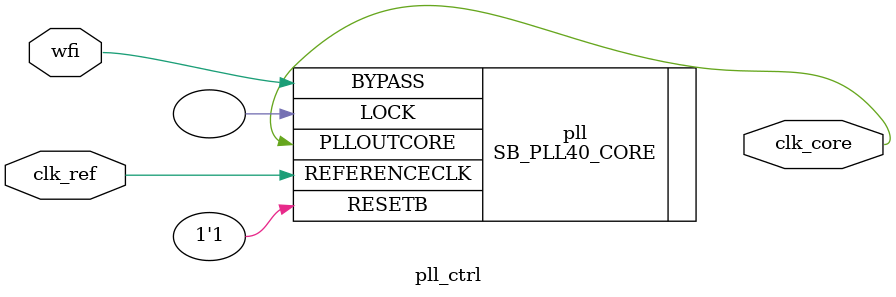
<source format=v>
module pll_ctrl (
    input  wire clk_ref,   // 48-MHz HFOSC
    input  wire wfi,       // 1 = CPU idle
    output wire clk_core   // 24-MHz to the CPU
);
    // -------------------------------------------------------------
    //  PLL instance
    // -------------------------------------------------------------
    SB_PLL40_CORE #(
        .DIVR(4'd0),      // ÷1 reference  (48 MHz)
        .DIVF(7'd31),     // ×32-1 => 48 MHz *32 / (1<<n) … here we simply
        .DIVQ(3'd5),      // ÷32          drop back to 24 MHz after BYPASS
        .FILTER_RANGE(3'b001)
    ) pll (
        .REFERENCECLK (clk_ref),
        .PLLOUTCORE   (clk_core),
        .BYPASS       (wfi),       // <-- 1 = route REFCLK, VCO off
        .RESETB       (1'b1),
        .LOCK         ()           // unused, latency <1 clk if BYPASS=1
    );
endmodule

</source>
